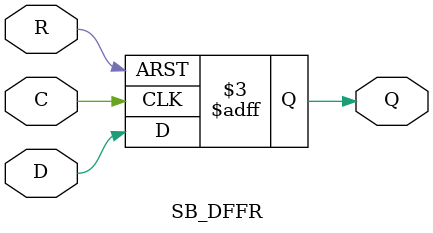
<source format=v>
module SB_DFFR (output Q, input C, R, D);
	reg Q = 0;
	always @(posedge C, posedge R)
		if (R)
			Q <= 0;
		else
			Q <= D;
endmodule

</source>
